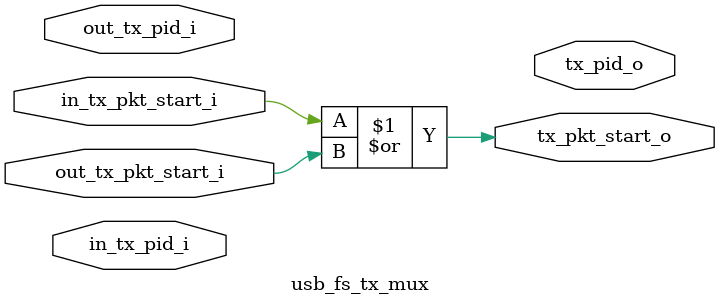
<source format=sv>

module usb_fs_tx_mux (
  // interface to IN Protocol Engine
  input  logic in_tx_pkt_start_i,
  input  logic [3:0] in_tx_pid_i,

  // interface to OUT Protocol Engine
  input  logic out_tx_pkt_start_i,
  input  logic [3:0] out_tx_pid_i,

  // interface to tx module
  output logic tx_pkt_start_o,
  output logic [3:0] tx_pid_o
);

  assign tx_pkt_start_o = in_tx_pkt_start_i | out_tx_pkt_start_i;
  // assign in_tx_pid_i       = out_tx_pkt_start_i ? out_tx_pid_i : ~in_tx_pid_i; // BUG_12: Inserted missing_assignment bug

endmodule
</source>
